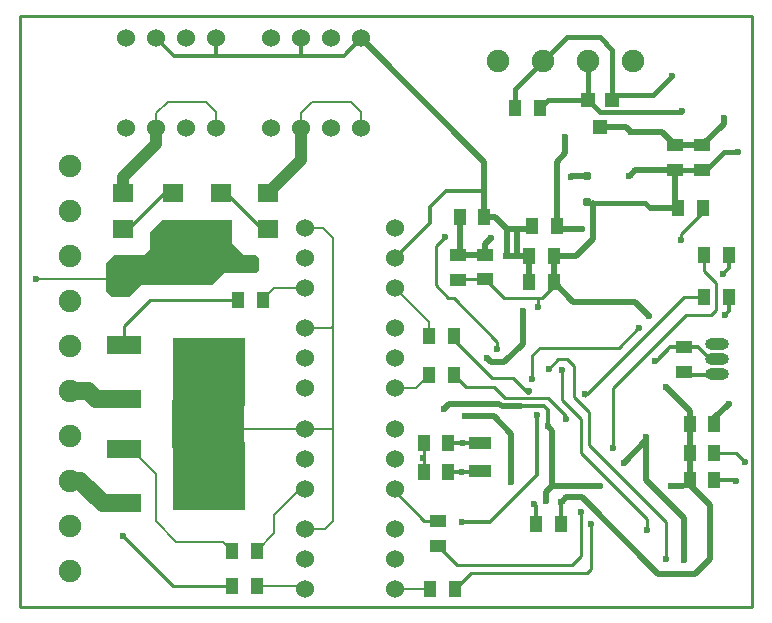
<source format=gbl>
%FSLAX25Y25*%
%MOIN*%
G70*
G01*
G75*
G04 Layer_Physical_Order=2*
G04 Layer_Color=16711680*
%ADD10R,0.07087X0.08268*%
%ADD11R,0.04331X0.05512*%
%ADD12R,0.10039X0.07677*%
%ADD13R,0.05512X0.04331*%
%ADD14R,0.04331X0.02362*%
%ADD15R,0.24410X0.22835*%
%ADD16R,0.11811X0.06299*%
G04:AMPARAMS|DCode=17|XSize=9.84mil|YSize=70.87mil|CornerRadius=0mil|HoleSize=0mil|Usage=FLASHONLY|Rotation=135.000|XOffset=0mil|YOffset=0mil|HoleType=Round|Shape=Round|*
%AMOVALD17*
21,1,0.06102,0.00984,0.00000,0.00000,225.0*
1,1,0.00984,0.02158,0.02158*
1,1,0.00984,-0.02158,-0.02158*
%
%ADD17OVALD17*%

G04:AMPARAMS|DCode=18|XSize=9.84mil|YSize=70.87mil|CornerRadius=0mil|HoleSize=0mil|Usage=FLASHONLY|Rotation=45.000|XOffset=0mil|YOffset=0mil|HoleType=Round|Shape=Round|*
%AMOVALD18*
21,1,0.06102,0.00984,0.00000,0.00000,135.0*
1,1,0.00984,0.02158,-0.02158*
1,1,0.00984,-0.02158,0.02158*
%
%ADD18OVALD18*%

%ADD19R,0.07087X0.09055*%
%ADD20R,0.02362X0.11811*%
%ADD21O,0.08661X0.02362*%
%ADD22R,0.02756X0.03150*%
%ADD23R,0.06000X0.07000*%
%ADD24R,0.06299X0.12598*%
%ADD25O,0.07480X0.02362*%
%ADD26C,0.00984*%
%ADD27C,0.01181*%
%ADD28C,0.01500*%
%ADD29C,0.01969*%
%ADD30C,0.01575*%
%ADD31C,0.07874*%
%ADD32C,0.00800*%
%ADD33C,0.05906*%
%ADD34C,0.03937*%
%ADD35C,0.01000*%
%ADD36C,0.07480*%
%ADD37C,0.06000*%
%ADD38O,0.07874X0.03937*%
%ADD39O,0.07874X0.03937*%
%ADD40C,0.02362*%
%ADD41R,0.07000X0.06000*%
G04:AMPARAMS|DCode=42|XSize=23.62mil|YSize=23.62mil|CornerRadius=1.18mil|HoleSize=0mil|Usage=FLASHONLY|Rotation=90.000|XOffset=0mil|YOffset=0mil|HoleType=Round|Shape=RoundedRectangle|*
%AMROUNDEDRECTD42*
21,1,0.02362,0.02126,0,0,90.0*
21,1,0.02126,0.02362,0,0,90.0*
1,1,0.00236,0.01063,0.01063*
1,1,0.00236,0.01063,-0.01063*
1,1,0.00236,-0.01063,-0.01063*
1,1,0.00236,-0.01063,0.01063*
%
%ADD42ROUNDEDRECTD42*%
%ADD43R,0.04600X0.04600*%
%ADD44R,0.07480X0.04331*%
%ADD45C,0.00827*%
G36*
X74803Y53150D02*
X51181D01*
X50787Y52756D01*
Y68898D01*
X74803Y73228D01*
Y53150D01*
D02*
G37*
G36*
X70866Y121063D02*
X74803Y117126D01*
X78740D01*
X79724Y116142D01*
Y112205D01*
X78740Y111221D01*
X67913D01*
X63976Y107283D01*
X40354D01*
X36417Y103347D01*
X30512D01*
X28543Y105315D01*
Y114173D01*
X31496Y117126D01*
X41339D01*
X43307Y119095D01*
X43307D01*
Y125000D01*
X47244Y128937D01*
X70866D01*
Y121063D01*
D02*
G37*
D11*
X78937Y18701D02*
D03*
X70669D02*
D03*
X144685Y77165D02*
D03*
X136417D02*
D03*
X78937Y6890D02*
D03*
X70669D02*
D03*
X236417Y103347D02*
D03*
X228150D02*
D03*
X145079Y5906D02*
D03*
X136811D02*
D03*
X144685Y90158D02*
D03*
X136417D02*
D03*
X80905Y102362D02*
D03*
X72638D02*
D03*
X173425Y166142D02*
D03*
X165157D02*
D03*
X219291Y132874D02*
D03*
X227559D02*
D03*
X236417Y117126D02*
D03*
X228150D02*
D03*
X223228Y61024D02*
D03*
X231496D02*
D03*
X231496Y51181D02*
D03*
X223228D02*
D03*
X231496Y42323D02*
D03*
X223228D02*
D03*
X172047Y27559D02*
D03*
X180315D02*
D03*
X142815Y54626D02*
D03*
X134547D02*
D03*
X142815Y44783D02*
D03*
X134547D02*
D03*
X177953Y108071D02*
D03*
X169685D02*
D03*
X177953Y116929D02*
D03*
X169685D02*
D03*
X179035Y126772D02*
D03*
X170768D02*
D03*
X146555Y129823D02*
D03*
X154823D02*
D03*
D13*
X139370Y20276D02*
D03*
Y28543D02*
D03*
X227362Y145473D02*
D03*
X227362Y153740D02*
D03*
X218504Y145473D02*
D03*
Y153740D02*
D03*
X221457Y86516D02*
D03*
Y78248D02*
D03*
X155118Y109055D02*
D03*
Y117323D02*
D03*
X145965Y108957D02*
D03*
Y117225D02*
D03*
D15*
X62992Y78248D02*
D03*
X62992Y43406D02*
D03*
D16*
X34646Y87264D02*
D03*
Y69232D02*
D03*
Y52421D02*
D03*
Y34390D02*
D03*
D26*
X238681Y51181D02*
X241732Y48130D01*
X231496Y51181D02*
X238681D01*
X172835Y102953D02*
X174016D01*
X161221D02*
X172835D01*
Y100000D02*
Y102953D01*
X138583Y120079D02*
X141732Y123228D01*
X138583Y107087D02*
Y120079D01*
Y107087D02*
X142815Y102854D01*
X144587D01*
X144685Y77165D02*
X148622Y73228D01*
X158169D01*
X134843Y28543D02*
X139370D01*
X125000Y38386D02*
X134843Y28543D01*
X125000Y38386D02*
Y39370D01*
X145079Y5906D02*
X150394Y11220D01*
X139370Y20276D02*
X145768Y13878D01*
X34449Y23622D02*
X51181Y6890D01*
X70669D01*
X43307Y102362D02*
X72638D01*
X34646Y93701D02*
X43307Y102362D01*
X34646Y87264D02*
Y93701D01*
X158169Y73228D02*
X161824Y69574D01*
X173327Y86319D02*
X199606D01*
X170768Y83760D02*
X173327Y86319D01*
X170768Y75886D02*
Y83760D01*
X157283Y76378D02*
X164469D01*
X144095Y89567D02*
X157283Y76378D01*
X159112Y85728D02*
Y88329D01*
X144587Y102854D02*
X159112Y88329D01*
X215354Y15748D02*
Y28346D01*
X189665Y54036D02*
X215354Y28346D01*
X189665Y54036D02*
Y64862D01*
X184744Y69784D02*
X189665Y64862D01*
X184744Y69784D02*
Y80217D01*
X182480Y82480D02*
X184744Y80217D01*
X179429Y82480D02*
X182480D01*
X176279Y79331D02*
X179429Y82480D01*
X209154Y25689D02*
Y29134D01*
X187106Y51181D02*
X209154Y29134D01*
X187106Y51181D02*
Y62402D01*
X180709Y68799D02*
X187106Y62402D01*
X180709Y68799D02*
Y78839D01*
X188386Y70965D02*
X189075D01*
X221457Y103347D01*
X188386Y70276D02*
Y70965D01*
X221457Y103347D02*
X228150D01*
X134547Y44783D02*
Y54626D01*
X144685Y108957D02*
X145965D01*
X228150Y111909D02*
Y117126D01*
Y111909D02*
X232185Y107874D01*
Y99016D02*
Y107874D01*
X230413Y97244D02*
X232185Y99016D01*
X221949Y97244D02*
X230413D01*
X197638Y72933D02*
X221949Y97244D01*
X197638Y52756D02*
Y72933D01*
X145768Y13878D02*
X183957D01*
X186909Y16831D01*
Y31398D01*
X150394Y11220D02*
X189173D01*
X190453Y12500D02*
Y27559D01*
X189173Y11220D02*
X190453Y12500D01*
X145965Y108957D02*
X146063Y109055D01*
X155118D01*
X161221Y102953D01*
X174016D02*
X177953Y106890D01*
Y108071D01*
X199606Y86319D02*
X206102Y92815D01*
X206299D01*
X164469Y76378D02*
X169488Y71358D01*
X169783Y71654D01*
Y72047D01*
X170808Y69574D02*
X170820Y69587D01*
X161824Y69574D02*
X170808D01*
X170820Y69587D02*
X176083D01*
X182185Y63484D01*
Y62655D02*
Y63484D01*
X227559Y131496D02*
Y132874D01*
X220276Y124213D02*
X227559Y131496D01*
X220276Y122441D02*
Y124213D01*
D27*
X93602Y183661D02*
X107874D01*
X65256D02*
X93602D01*
X93661Y183721D01*
Y189449D01*
X51221Y183661D02*
X65256D01*
X65433Y183839D01*
Y189449D01*
X45433D02*
X51221Y183661D01*
X107874D02*
X113661Y189449D01*
X238189Y42323D02*
X238681Y41831D01*
X142126Y138583D02*
X154823D01*
X136614Y133071D02*
X142126Y138583D01*
X136614Y127913D02*
Y133071D01*
X125000Y116299D02*
X136614Y127913D01*
X80705Y125890D02*
X82677D01*
X68705Y137890D02*
X80705Y125890D01*
X68705Y137890D02*
X68709D01*
X66929D02*
X68213D01*
X48421Y137890D02*
X51181D01*
X36421Y125890D02*
X48421Y137890D01*
X34449Y125890D02*
X36421D01*
X51181D02*
X66929D01*
X51276Y137890D02*
X52165D01*
X216831Y86516D02*
X221457D01*
X226083D01*
X230512Y82087D01*
X222618Y77087D02*
X231693D01*
X221457Y78248D02*
X222618Y77087D01*
X180315Y34744D02*
X180610Y35039D01*
X180315Y27559D02*
Y34744D01*
X171260Y34252D02*
X172047Y33465D01*
Y27559D02*
Y33465D01*
X234252Y110827D02*
X236417Y112992D01*
Y117126D01*
X235039Y97146D02*
X236417Y98524D01*
Y103347D01*
X142815Y44783D02*
X153051D01*
X147638Y54626D02*
X153445D01*
X142815D02*
X147638D01*
X153051Y44783D02*
X153445Y45177D01*
X231496Y42323D02*
X238189D01*
X231496Y61024D02*
Y62992D01*
X221063Y40157D02*
X223228Y42323D01*
X212303Y81988D02*
X216831Y86516D01*
X211614Y81988D02*
X212303D01*
X147244Y28346D02*
X156791D01*
X172455Y44010D01*
Y63864D01*
X166929Y66732D02*
X174705D01*
X175886Y65551D01*
Y60236D02*
Y65551D01*
D28*
X234744Y151575D02*
X239370D01*
X228642Y145473D02*
X234744Y151575D01*
X220472Y164961D02*
X220866Y165354D01*
X193307Y164961D02*
X220472D01*
X189370Y168898D02*
X193307Y164961D01*
X211024Y170473D02*
X217323Y176772D01*
X198945Y170473D02*
X211024D01*
X197370Y168898D02*
X198945Y170473D01*
X174449Y181890D02*
X182323Y189764D01*
X193307D01*
X197370Y185701D01*
Y168898D02*
Y185701D01*
X165157Y172599D02*
X174449Y181890D01*
X165157Y166142D02*
Y172599D01*
X173425Y166142D02*
X176181Y168898D01*
X189370D01*
Y181811D02*
X189449Y181890D01*
X189370Y168898D02*
Y181811D01*
X227362Y145473D02*
X227362Y145473D01*
X218504Y145473D02*
X227362D01*
X227362Y145473D02*
X228642D01*
D29*
X202110Y159898D02*
X203740Y158268D01*
X193370Y159898D02*
X202110D01*
X234646Y161024D02*
Y162992D01*
X227362Y153740D02*
X234646Y161024D01*
X162402Y125787D02*
X165650D01*
X154823Y138583D02*
Y148287D01*
Y129823D02*
Y138583D01*
X113661Y189449D02*
X154823Y148287D01*
X231496Y62992D02*
X236221Y67717D01*
X216929Y40157D02*
X221063D01*
X190945Y122441D02*
Y134606D01*
X185433Y116929D02*
X190945Y122441D01*
X177953Y116929D02*
X185433D01*
X194882Y101575D02*
X198819D01*
X190945D02*
X194882D01*
X184449D02*
X190945D01*
X177953Y108071D02*
X184449Y101575D01*
X177953Y108071D02*
Y116929D01*
X155118Y120768D02*
X157185Y122835D01*
X155118Y117323D02*
Y120768D01*
X158366Y129823D02*
X162402Y125787D01*
X154823Y129823D02*
X158366D01*
X146063Y117323D02*
X146555Y117815D01*
X145965Y117225D02*
X146063Y117323D01*
X146555Y117815D02*
Y129823D01*
X146063Y117323D02*
X155118D01*
X179035Y126772D02*
Y148327D01*
X181791Y151083D01*
Y156496D01*
X165650Y125787D02*
X169783D01*
X165650D02*
Y125886D01*
Y117717D02*
Y125787D01*
X164961Y117028D02*
X165650Y117717D01*
X161909Y117028D02*
X162402Y117520D01*
Y125787D01*
X169685Y108071D02*
Y116929D01*
X162303Y116929D02*
X162303Y116929D01*
X183661Y143209D02*
X183858Y143406D01*
X188976D01*
X169783Y125787D02*
X170768Y126772D01*
X184547Y125787D02*
X187500D01*
X180020D02*
X184547D01*
X179035Y126772D02*
X180020Y125787D01*
X218504Y153740D02*
X227362D01*
X218504Y133661D02*
X219291Y132874D01*
X218504Y133661D02*
Y145473D01*
X210157Y132874D02*
X219291D01*
X223228Y61024D02*
Y65158D01*
X215256Y73130D02*
X223228Y65158D01*
Y40453D02*
Y42323D01*
Y40453D02*
X229921Y33760D01*
Y26772D02*
Y33760D01*
X223228Y42323D02*
Y61024D01*
X221358Y15551D02*
Y29626D01*
X208858Y42126D02*
X221358Y29626D01*
X198819Y101575D02*
X205020D01*
X209842Y96752D01*
X175394Y38287D02*
X177461Y40354D01*
X175394Y35335D02*
Y38287D01*
X177461Y40354D02*
Y58662D01*
X175886Y60236D02*
X177461Y58662D01*
X167618Y87697D02*
Y98524D01*
X161417Y81496D02*
X167618Y87697D01*
X157185Y81496D02*
X161417D01*
X155807Y82874D02*
X157185Y81496D01*
X162303Y116929D02*
X169685D01*
X163583Y41535D02*
Y57677D01*
X157874Y63386D02*
X163583Y57677D01*
X148327Y63386D02*
X157874D01*
X141240Y65945D02*
X142913Y67618D01*
X159843D01*
X160728Y66732D01*
X166929D01*
X177461Y40354D02*
X193405D01*
X193504Y40256D01*
X208760Y48031D02*
X208858Y47933D01*
Y42126D02*
Y47933D01*
X201378Y48031D02*
X208858Y55512D01*
Y47933D02*
Y55512D01*
Y56693D01*
X181988Y36417D02*
X187205D01*
X212795Y10827D01*
X225000D01*
X229921Y15748D01*
Y26772D01*
X180610Y35039D02*
X181988Y36417D01*
X213976Y158268D02*
X218504Y153740D01*
X203740Y158268D02*
X213976D01*
X205118Y145473D02*
X218504D01*
X203248Y143602D02*
X205118Y145473D01*
D30*
X190945Y134606D02*
X208425D01*
X189114D02*
X190945D01*
X188976Y134744D02*
X189114Y134606D01*
X208425D02*
X210157Y132874D01*
D31*
X55118Y41339D02*
Y70374D01*
D32*
X125000Y72835D02*
X132087D01*
X136417Y77165D01*
Y90158D02*
Y94882D01*
X125000Y106299D02*
X136417Y94882D01*
X125000Y5906D02*
X136811D01*
X72362Y59370D02*
X95000D01*
X62795Y49803D02*
X72362Y59370D01*
X62795Y43406D02*
Y49803D01*
X34642Y109351D02*
X51181Y125890D01*
X5512Y109351D02*
X34642D01*
X5217Y109055D02*
X5512Y109351D01*
X82677Y137992D02*
X93661Y148976D01*
X82677Y137890D02*
Y137992D01*
X80905Y102362D02*
X84842Y106299D01*
X95000D01*
X104331Y93504D02*
Y123031D01*
Y59055D02*
Y93504D01*
X103661Y92835D02*
X104331Y93504D01*
X95000Y92835D02*
X103661D01*
X104331Y28543D02*
Y59055D01*
X104016Y59370D02*
X104331Y59055D01*
X95000Y59370D02*
X104016D01*
X95000Y25906D02*
X101693D01*
X104331Y28543D01*
X101063Y126299D02*
X104331Y123031D01*
X95000Y126299D02*
X101063D01*
D33*
X16732Y71811D02*
X22677D01*
X25256Y69232D01*
X34646D01*
X16732Y41811D02*
X20197D01*
X27618Y34390D01*
X34449D01*
D34*
X45433Y154095D02*
Y159449D01*
X34449Y143110D02*
X45433Y154095D01*
X34449Y137890D02*
Y143110D01*
X93661Y148976D02*
Y159449D01*
Y148874D02*
Y148976D01*
X82677Y137890D02*
X93661Y148874D01*
D35*
X0Y0D02*
Y196850D01*
X244094D01*
Y0D02*
Y196850D01*
X0Y0D02*
X244094D01*
D36*
X16732Y131811D02*
D03*
Y146811D02*
D03*
Y116811D02*
D03*
Y101811D02*
D03*
Y86811D02*
D03*
Y71811D02*
D03*
Y56811D02*
D03*
Y41811D02*
D03*
Y26811D02*
D03*
Y11811D02*
D03*
X204449Y181890D02*
D03*
X189449D02*
D03*
X174449D02*
D03*
X159449D02*
D03*
D37*
X83661Y159449D02*
D03*
X93661D02*
D03*
X103661D02*
D03*
X113661D02*
D03*
Y189449D02*
D03*
X103661D02*
D03*
X93661D02*
D03*
X83661D02*
D03*
X95000Y5906D02*
D03*
X95000Y15906D02*
D03*
Y25906D02*
D03*
X125000D02*
D03*
X125000Y15906D02*
D03*
Y5906D02*
D03*
X95000Y39370D02*
D03*
Y49370D02*
D03*
X95000Y59370D02*
D03*
X125000Y59370D02*
D03*
Y49370D02*
D03*
X125000Y39370D02*
D03*
X95000Y106299D02*
D03*
Y116299D02*
D03*
Y126299D02*
D03*
X125000Y126299D02*
D03*
X125000Y116299D02*
D03*
Y106299D02*
D03*
X95000Y72835D02*
D03*
Y82835D02*
D03*
X95000Y92835D02*
D03*
X125000Y92835D02*
D03*
X125000Y82835D02*
D03*
Y72835D02*
D03*
X35433Y159449D02*
D03*
X45433D02*
D03*
X55433D02*
D03*
X65433D02*
D03*
Y189449D02*
D03*
X55433D02*
D03*
X45433D02*
D03*
X35433D02*
D03*
D38*
X232283Y77677D02*
D03*
Y82677D02*
D03*
D39*
Y87677D02*
D03*
D40*
X239370Y151575D02*
D03*
X220866Y165354D02*
D03*
X217323Y176772D02*
D03*
X234646Y162992D02*
D03*
X241732Y48130D02*
D03*
X172835Y100000D02*
D03*
X141732Y123228D02*
D03*
X72835Y62992D02*
D03*
Y59055D02*
D03*
X68898Y62992D02*
D03*
Y59055D02*
D03*
X64961Y62992D02*
D03*
Y59055D02*
D03*
X61024Y62992D02*
D03*
Y59055D02*
D03*
X5217Y109055D02*
D03*
X34449Y23622D02*
D03*
X57087Y59055D02*
D03*
X53150D02*
D03*
X57087Y62992D02*
D03*
X53150D02*
D03*
X175886Y60236D02*
D03*
X147244Y28346D02*
D03*
X170768Y75886D02*
D03*
X159112Y85728D02*
D03*
X188386Y70965D02*
D03*
X180709Y78839D02*
D03*
X176279Y79331D02*
D03*
X134449Y49705D02*
D03*
X197638Y52756D02*
D03*
X182185Y62655D02*
D03*
X186909Y31398D02*
D03*
X190453Y27559D02*
D03*
X209154Y25689D02*
D03*
X215354Y15748D02*
D03*
X221358Y15551D02*
D03*
X229921Y26772D02*
D03*
X175394Y35335D02*
D03*
X180315Y34744D02*
D03*
X171260Y34252D02*
D03*
X235039Y97146D02*
D03*
X234252Y110827D02*
D03*
X172455Y63864D02*
D03*
X147244Y44882D02*
D03*
X147638Y54626D02*
D03*
X238681Y41831D02*
D03*
X216929Y40157D02*
D03*
X236221Y67717D02*
D03*
X198819Y101575D02*
D03*
X194882D02*
D03*
X190945D02*
D03*
X157185Y122835D02*
D03*
X181791Y156496D02*
D03*
X161909Y117028D02*
D03*
X164961D02*
D03*
X183661Y143209D02*
D03*
X165650Y125886D02*
D03*
X162402Y125787D02*
D03*
X187500D02*
D03*
X184547D02*
D03*
X215256Y73130D02*
D03*
X208858Y56693D02*
D03*
X206299Y92815D02*
D03*
X211614Y81988D02*
D03*
X209842Y96752D02*
D03*
X167618Y98524D02*
D03*
X155807Y82874D02*
D03*
X148327Y63386D02*
D03*
X163583Y41535D02*
D03*
X141240Y65945D02*
D03*
X169783Y72047D02*
D03*
X193504Y40256D02*
D03*
X201378Y48031D02*
D03*
X203740Y158268D02*
D03*
X203150Y143504D02*
D03*
X220374Y122343D02*
D03*
D41*
X82677Y137890D02*
D03*
Y125890D02*
D03*
X66929Y137890D02*
D03*
Y125890D02*
D03*
X51181Y137890D02*
D03*
Y125890D02*
D03*
X34449Y137890D02*
D03*
Y125890D02*
D03*
D42*
X188976Y134744D02*
D03*
Y143406D02*
D03*
D43*
X189370Y168898D02*
D03*
X197370D02*
D03*
X193370Y159898D02*
D03*
D44*
X153445Y54626D02*
D03*
X153445Y45177D02*
D03*
D45*
X93661Y159449D02*
Y164528D01*
X97441Y168307D01*
X110236D01*
X113661Y164882D01*
Y159449D02*
Y164882D01*
X65433Y159449D02*
Y164882D01*
X62008Y168307D02*
X65433Y164882D01*
X49213Y168307D02*
X62008D01*
X45433Y164528D02*
X49213Y168307D01*
X45433Y159449D02*
Y164528D01*
X94016Y6890D02*
X95000Y5906D01*
X78937Y6890D02*
X94016D01*
X93504Y39370D02*
X95000D01*
X84646Y30512D02*
X93504Y39370D01*
X84646Y24409D02*
Y30512D01*
X78937Y18701D02*
X84646Y24409D01*
X34449Y52421D02*
X37146D01*
X45276Y44291D01*
Y28543D02*
Y44291D01*
Y28543D02*
X52165Y21654D01*
X67716D01*
X70669Y18701D01*
M02*

</source>
